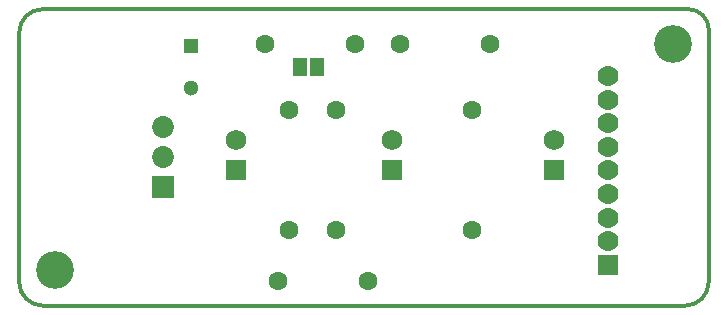
<source format=gts>
G04*
G04 #@! TF.GenerationSoftware,Altium Limited,Altium Designer,20.0.10 (225)*
G04*
G04 Layer_Color=8388736*
%FSLAX25Y25*%
%MOIN*%
G70*
G01*
G75*
%ADD14C,0.01181*%
%ADD16R,0.05131X0.06115*%
%ADD17C,0.06312*%
%ADD18R,0.05118X0.05118*%
%ADD19C,0.05118*%
%ADD20C,0.07296*%
%ADD21R,0.07296X0.07296*%
%ADD22R,0.06902X0.06902*%
%ADD23C,0.06902*%
%ADD24C,0.06981*%
%ADD25R,0.06981X0.06981*%
%ADD26C,0.12611*%
D14*
X486500Y401126D02*
G03*
X494374Y409000I0J7874D01*
G01*
X494424Y493057D02*
G03*
X487481Y500000I-6943J0D01*
G01*
X272400Y499974D02*
G03*
X264526Y492100I0J-7874D01*
G01*
X264500Y409000D02*
G03*
X272374Y401126I7874J0D01*
G01*
X486500Y401100D01*
Y401126D01*
X494374Y409000D02*
X494400Y408900D01*
Y492100D01*
X494402Y493045D01*
X494424Y493057D01*
X272500Y500000D02*
X487481D01*
X272400Y499974D02*
X272500Y500000D01*
X264500Y492200D02*
X264526Y492100D01*
X264500Y409000D02*
Y492200D01*
D16*
X358146Y480800D02*
D03*
X363854D02*
D03*
D17*
X346500Y488300D02*
D03*
X376500D02*
D03*
X415500Y466400D02*
D03*
Y426400D02*
D03*
X391300Y488300D02*
D03*
X421300D02*
D03*
X350800Y409400D02*
D03*
X380800D02*
D03*
X354600Y466400D02*
D03*
Y426400D02*
D03*
X370200Y466400D02*
D03*
Y426400D02*
D03*
D18*
X321900Y487600D02*
D03*
D19*
Y473820D02*
D03*
D20*
X312300Y460547D02*
D03*
Y450547D02*
D03*
D21*
Y440547D02*
D03*
D22*
X336920Y446181D02*
D03*
X388888D02*
D03*
X442746D02*
D03*
D23*
X336920Y456181D02*
D03*
X388888D02*
D03*
X442746D02*
D03*
D24*
X460937Y477696D02*
D03*
Y469822D02*
D03*
Y461948D02*
D03*
Y454074D02*
D03*
Y446200D02*
D03*
Y438326D02*
D03*
Y430452D02*
D03*
Y422578D02*
D03*
D25*
Y414704D02*
D03*
D26*
X482590Y488189D02*
D03*
X276538Y412910D02*
D03*
M02*

</source>
